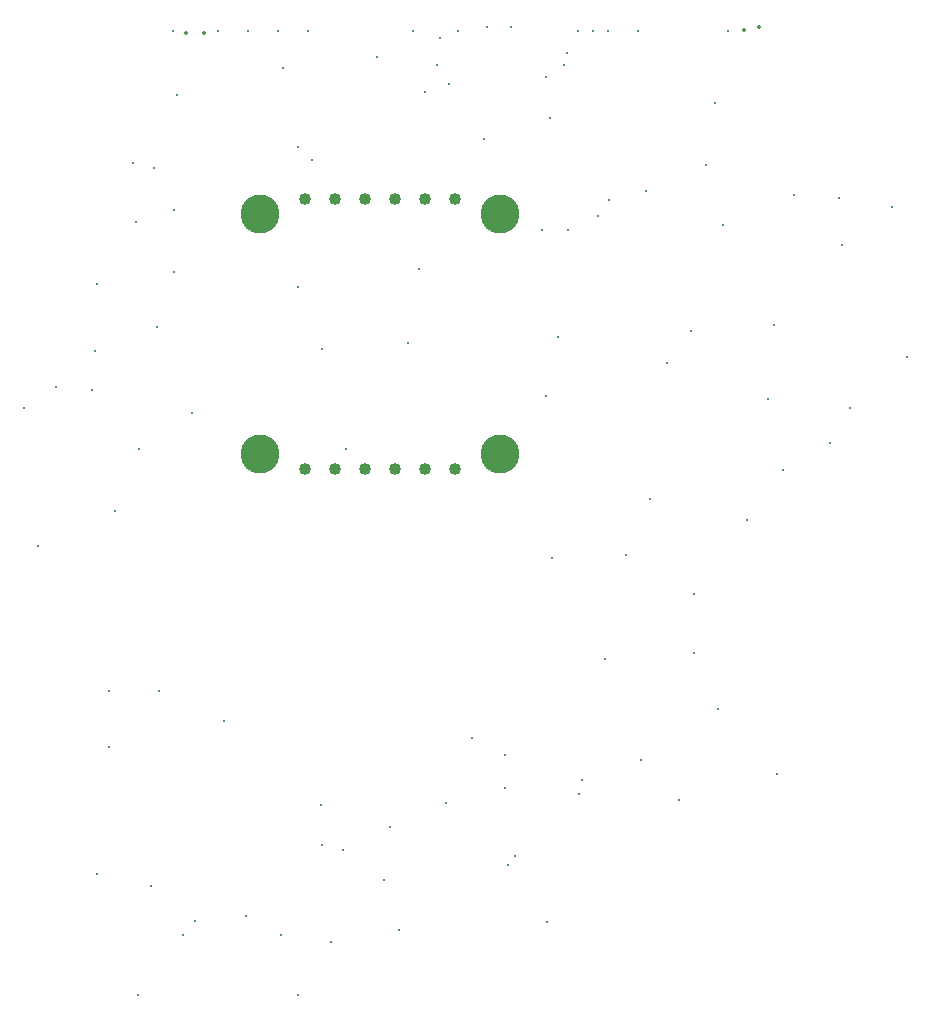
<source format=gbr>
%TF.GenerationSoftware,Altium Limited,Altium Designer,23.2.1 (34)*%
G04 Layer_Color=0*
%FSLAX45Y45*%
%MOMM*%
%TF.SameCoordinates,CECF9715-3839-4E6E-A075-D830FB70F3A2*%
%TF.FilePolarity,Positive*%
%TF.FileFunction,Plated,1,4,PTH,Drill*%
%TF.Part,Single*%
G01*
G75*
%TA.AperFunction,ComponentDrill*%
%ADD72C,3.30200*%
%ADD73C,1.01600*%
%TA.AperFunction,ViaDrill,NotFilled*%
%ADD74C,0.25400*%
%ADD75C,0.35600*%
D72*
X5087000Y7863000D02*
D03*
Y5831000D02*
D03*
X3055000D02*
D03*
Y7863000D02*
D03*
D73*
X4706000Y7990000D02*
D03*
X4452000D02*
D03*
X4198000D02*
D03*
X3944000D02*
D03*
X3690000D02*
D03*
X3436000D02*
D03*
Y5704000D02*
D03*
X3690000D02*
D03*
X3944000D02*
D03*
X4198000D02*
D03*
X4452000D02*
D03*
X4706000D02*
D03*
D74*
X7575000Y8025000D02*
D03*
X4400000Y7400000D02*
D03*
X3575000Y6725000D02*
D03*
X3375000Y7250000D02*
D03*
X2475000Y6175000D02*
D03*
X2025000Y5875000D02*
D03*
X1825000Y5350000D02*
D03*
X1175000Y5050000D02*
D03*
X1675000Y2275000D02*
D03*
X1775000Y3350000D02*
D03*
X4100000Y2225000D02*
D03*
X3650000Y1700000D02*
D03*
X6925000Y3675000D02*
D03*
X7425000Y3125000D02*
D03*
X6725000Y4650000D02*
D03*
X6350000Y5450000D02*
D03*
X4300000Y6775000D02*
D03*
X5475000Y6325000D02*
D03*
X5575000Y6825000D02*
D03*
X6700000Y6875000D02*
D03*
X6975000Y7775000D02*
D03*
X6500000Y6600000D02*
D03*
X7175000Y5275000D02*
D03*
X7475000Y5700000D02*
D03*
X7875000Y5925000D02*
D03*
X8525000Y6650000D02*
D03*
X7975000Y7600000D02*
D03*
X8400000Y7925000D02*
D03*
X6900000Y8800000D02*
D03*
X6825000Y8275000D02*
D03*
X4950000Y8500000D02*
D03*
X3250000Y9100000D02*
D03*
X2350000Y8875000D02*
D03*
X2000000Y7800000D02*
D03*
X2325000Y7900000D02*
D03*
Y7375000D02*
D03*
X1675000Y7275000D02*
D03*
X1650000Y6700000D02*
D03*
X1325000Y6400000D02*
D03*
X1050000Y6225000D02*
D03*
X5212269Y2425000D02*
D03*
X2125000Y2175000D02*
D03*
X2500000Y1875000D02*
D03*
X3575000Y2525000D02*
D03*
X4150000Y2675000D02*
D03*
X4975000Y9450000D02*
D03*
X5175000D02*
D03*
X3775000Y5875000D02*
D03*
X5750000Y2950000D02*
D03*
X5775000Y3075000D02*
D03*
X5150000Y2350000D02*
D03*
X1625000Y6375000D02*
D03*
X4575000Y9350000D02*
D03*
X5650000Y9225000D02*
D03*
X4550000Y9125000D02*
D03*
X4650000Y8967920D02*
D03*
X4450000Y8900000D02*
D03*
X5625000Y9125000D02*
D03*
X7400000Y6925000D02*
D03*
X7350000Y6300000D02*
D03*
X2200000Y3825000D02*
D03*
X8050000Y6225000D02*
D03*
X1775000Y3825000D02*
D03*
X6725000Y4150000D02*
D03*
X5975000Y4100000D02*
D03*
X4850000Y3425000D02*
D03*
X6150000Y4975000D02*
D03*
X5525000Y4950000D02*
D03*
X7950000Y8000000D02*
D03*
X2750000Y3575000D02*
D03*
X1975000Y8300000D02*
D03*
X5125000Y3000000D02*
D03*
X2150000Y8250000D02*
D03*
X5125000Y3284380D02*
D03*
X4625000Y2875000D02*
D03*
X3563620Y2862580D02*
D03*
X2932889Y1922889D02*
D03*
X2020000Y1250000D02*
D03*
X3370000D02*
D03*
X2180000Y6910000D02*
D03*
X5470000Y9020000D02*
D03*
X5510000Y8680000D02*
D03*
X6010000Y7980000D02*
D03*
X5440000Y7730000D02*
D03*
X6320000Y8060000D02*
D03*
X5910000Y7850000D02*
D03*
X4040000Y9190000D02*
D03*
X5660000Y7730000D02*
D03*
X6280000Y3240000D02*
D03*
X3230000Y1760000D02*
D03*
X2400000D02*
D03*
X3370000Y8430000D02*
D03*
X3490000Y8320000D02*
D03*
X3750000Y2480000D02*
D03*
X6600000Y2900000D02*
D03*
X4230000Y1800000D02*
D03*
X5480000Y1870000D02*
D03*
X7016700Y9410000D02*
D03*
X6254700D02*
D03*
X6000700D02*
D03*
X5873700D02*
D03*
X5746700D02*
D03*
X4730700D02*
D03*
X4349700D02*
D03*
X3460700D02*
D03*
X3206700D02*
D03*
X2952700D02*
D03*
X2698700D02*
D03*
X2317700D02*
D03*
D75*
X7275000Y9450000D02*
D03*
X7150000Y9425000D02*
D03*
X2575000Y9400000D02*
D03*
X2425000D02*
D03*
%TF.MD5,9196a6832c679f6aff31007a6e4a4895*%
M02*

</source>
